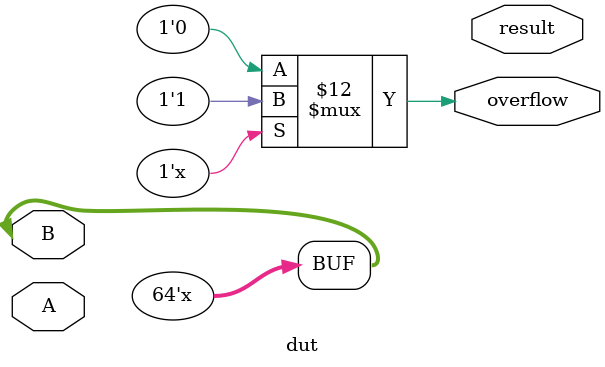
<source format=v>


module dut
(
  input [63:0] A,
  input [63:0] B,
  output reg [63:0] result,
  output reg overflow
);


  always @(*) begin
    B = A - B;
    if(((A[63] != B[63]) && (B[63] != A[63])) & (((A[63] != B[63]) && (B[63] != A[63])) == 0)) begin
      overflow = 1;
    end else begin
      overflow = 0;
    end
  end


endmodule


</source>
